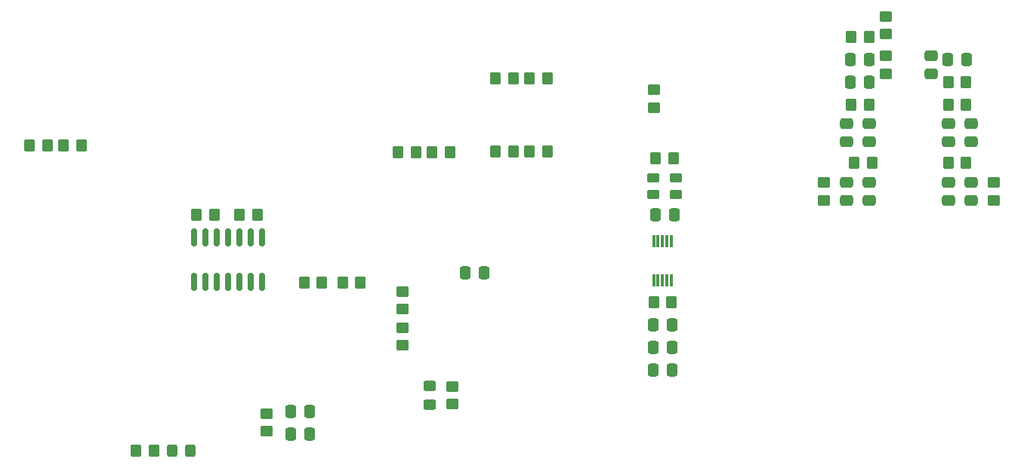
<source format=gbr>
%TF.GenerationSoftware,KiCad,Pcbnew,(6.0.0)*%
%TF.CreationDate,2022-01-12T02:58:20-05:00*%
%TF.ProjectId,klxecu,6b6c7865-6375-42e6-9b69-6361645f7063,rev?*%
%TF.SameCoordinates,Original*%
%TF.FileFunction,Paste,Top*%
%TF.FilePolarity,Positive*%
%FSLAX46Y46*%
G04 Gerber Fmt 4.6, Leading zero omitted, Abs format (unit mm)*
G04 Created by KiCad (PCBNEW (6.0.0)) date 2022-01-12 02:58:20*
%MOMM*%
%LPD*%
G01*
G04 APERTURE LIST*
G04 Aperture macros list*
%AMRoundRect*
0 Rectangle with rounded corners*
0 $1 Rounding radius*
0 $2 $3 $4 $5 $6 $7 $8 $9 X,Y pos of 4 corners*
0 Add a 4 corners polygon primitive as box body*
4,1,4,$2,$3,$4,$5,$6,$7,$8,$9,$2,$3,0*
0 Add four circle primitives for the rounded corners*
1,1,$1+$1,$2,$3*
1,1,$1+$1,$4,$5*
1,1,$1+$1,$6,$7*
1,1,$1+$1,$8,$9*
0 Add four rect primitives between the rounded corners*
20,1,$1+$1,$2,$3,$4,$5,0*
20,1,$1+$1,$4,$5,$6,$7,0*
20,1,$1+$1,$6,$7,$8,$9,0*
20,1,$1+$1,$8,$9,$2,$3,0*%
G04 Aperture macros list end*
%ADD10RoundRect,0.250000X-0.475000X0.337500X-0.475000X-0.337500X0.475000X-0.337500X0.475000X0.337500X0*%
%ADD11RoundRect,0.250000X0.350000X0.450000X-0.350000X0.450000X-0.350000X-0.450000X0.350000X-0.450000X0*%
%ADD12RoundRect,0.250000X0.337500X0.475000X-0.337500X0.475000X-0.337500X-0.475000X0.337500X-0.475000X0*%
%ADD13RoundRect,0.250000X0.325000X0.450000X-0.325000X0.450000X-0.325000X-0.450000X0.325000X-0.450000X0*%
%ADD14RoundRect,0.250000X-0.350000X-0.450000X0.350000X-0.450000X0.350000X0.450000X-0.350000X0.450000X0*%
%ADD15RoundRect,0.250000X-0.450000X0.350000X-0.450000X-0.350000X0.450000X-0.350000X0.450000X0.350000X0*%
%ADD16RoundRect,0.250000X-0.337500X-0.475000X0.337500X-0.475000X0.337500X0.475000X-0.337500X0.475000X0*%
%ADD17RoundRect,0.250000X0.450000X-0.350000X0.450000X0.350000X-0.450000X0.350000X-0.450000X-0.350000X0*%
%ADD18RoundRect,0.250000X0.450000X-0.262500X0.450000X0.262500X-0.450000X0.262500X-0.450000X-0.262500X0*%
%ADD19R,0.300000X1.400000*%
%ADD20RoundRect,0.250000X-0.450000X0.325000X-0.450000X-0.325000X0.450000X-0.325000X0.450000X0.325000X0*%
%ADD21RoundRect,0.250000X0.475000X-0.337500X0.475000X0.337500X-0.475000X0.337500X-0.475000X-0.337500X0*%
%ADD22RoundRect,0.250000X-0.450000X0.262500X-0.450000X-0.262500X0.450000X-0.262500X0.450000X0.262500X0*%
%ADD23RoundRect,0.150000X-0.150000X0.825000X-0.150000X-0.825000X0.150000X-0.825000X0.150000X0.825000X0*%
G04 APERTURE END LIST*
D10*
%TO.C,C5*%
X140589000Y-44276011D03*
X140589000Y-46351011D03*
%TD*%
D11*
%TO.C,R15*%
X151479000Y-39598511D03*
X149479000Y-39598511D03*
%TD*%
D12*
%TO.C,C20*%
X97430500Y-61087000D03*
X95355500Y-61087000D03*
%TD*%
%TO.C,C17*%
X118496500Y-66903511D03*
X116421500Y-66903511D03*
%TD*%
D13*
%TO.C,LED1*%
X64525000Y-81026000D03*
X62475000Y-81026000D03*
%TD*%
D14*
%TO.C,R12*%
X138589000Y-34518511D03*
X140589000Y-34518511D03*
%TD*%
%TO.C,R9*%
X138954000Y-48721011D03*
X140954000Y-48721011D03*
%TD*%
D15*
%TO.C,R32*%
X93853000Y-73803000D03*
X93853000Y-75803000D03*
%TD*%
D11*
%TO.C,R26*%
X72011489Y-54501489D03*
X70011489Y-54501489D03*
%TD*%
D10*
%TO.C,C3*%
X152019000Y-50858511D03*
X152019000Y-52933511D03*
%TD*%
%TO.C,C13*%
X149479000Y-44276011D03*
X149479000Y-46351011D03*
%TD*%
D16*
%TO.C,C8*%
X75815989Y-79139489D03*
X77890989Y-79139489D03*
%TD*%
D12*
%TO.C,C14*%
X140626500Y-39598511D03*
X138551500Y-39598511D03*
%TD*%
D17*
%TO.C,R3*%
X154559000Y-52896011D03*
X154559000Y-50896011D03*
%TD*%
D14*
%TO.C,R21*%
X87818000Y-47498000D03*
X89818000Y-47498000D03*
%TD*%
D17*
%TO.C,R25*%
X88265000Y-65135000D03*
X88265000Y-63135000D03*
%TD*%
D11*
%TO.C,R16*%
X118459000Y-64363511D03*
X116459000Y-64363511D03*
%TD*%
D15*
%TO.C,R14*%
X142494000Y-36693511D03*
X142494000Y-38693511D03*
%TD*%
D14*
%TO.C,R31*%
X98724000Y-47442000D03*
X100724000Y-47442000D03*
%TD*%
D18*
%TO.C,R4*%
X118979000Y-52238511D03*
X118979000Y-50413511D03*
%TD*%
D12*
%TO.C,C12*%
X151516500Y-37058511D03*
X149441500Y-37058511D03*
%TD*%
%TO.C,C2*%
X118746500Y-54501011D03*
X116671500Y-54501011D03*
%TD*%
D19*
%TO.C,U1*%
X118459000Y-57488511D03*
X117959000Y-57488511D03*
X117459000Y-57488511D03*
X116959000Y-57488511D03*
X116459000Y-57488511D03*
X116459000Y-61888511D03*
X116959000Y-61888511D03*
X117459000Y-61888511D03*
X117959000Y-61888511D03*
X118459000Y-61888511D03*
%TD*%
D14*
%TO.C,R27*%
X65185489Y-54501489D03*
X67185489Y-54501489D03*
%TD*%
%TO.C,R7*%
X138589000Y-42138511D03*
X140589000Y-42138511D03*
%TD*%
D12*
%TO.C,C16*%
X118496500Y-69443511D03*
X116421500Y-69443511D03*
%TD*%
D11*
%TO.C,R18*%
X48514000Y-46736000D03*
X46514000Y-46736000D03*
%TD*%
D14*
%TO.C,R19*%
X91628000Y-47498000D03*
X93628000Y-47498000D03*
%TD*%
%TO.C,R17*%
X58436000Y-81026000D03*
X60436000Y-81026000D03*
%TD*%
D11*
%TO.C,R13*%
X151479000Y-42138511D03*
X149479000Y-42138511D03*
%TD*%
D15*
%TO.C,R1*%
X116459000Y-40503511D03*
X116459000Y-42503511D03*
%TD*%
D14*
%TO.C,R22*%
X81597489Y-62121489D03*
X83597489Y-62121489D03*
%TD*%
D16*
%TO.C,C11*%
X75815989Y-76599489D03*
X77890989Y-76599489D03*
%TD*%
D20*
%TO.C,LED2*%
X91313000Y-73778000D03*
X91313000Y-75828000D03*
%TD*%
D14*
%TO.C,R29*%
X102534000Y-47442000D03*
X104534000Y-47442000D03*
%TD*%
D21*
%TO.C,C15*%
X147574000Y-38731011D03*
X147574000Y-36656011D03*
%TD*%
D10*
%TO.C,C7*%
X140589000Y-50858511D03*
X140589000Y-52933511D03*
%TD*%
D12*
%TO.C,C18*%
X118496500Y-71983511D03*
X116421500Y-71983511D03*
%TD*%
D11*
%TO.C,R2*%
X118709000Y-48151011D03*
X116709000Y-48151011D03*
%TD*%
%TO.C,R8*%
X151479000Y-48721011D03*
X149479000Y-48721011D03*
%TD*%
D10*
%TO.C,C1*%
X138049000Y-44276011D03*
X138049000Y-46351011D03*
%TD*%
D22*
%TO.C,R5*%
X116439000Y-50413511D03*
X116439000Y-52238511D03*
%TD*%
D17*
%TO.C,R6*%
X135509000Y-52896011D03*
X135509000Y-50896011D03*
%TD*%
D11*
%TO.C,R20*%
X52324000Y-46736000D03*
X50324000Y-46736000D03*
%TD*%
D23*
%TO.C,U3*%
X72535489Y-57096489D03*
X71265489Y-57096489D03*
X69995489Y-57096489D03*
X68725489Y-57096489D03*
X67455489Y-57096489D03*
X66185489Y-57096489D03*
X64915489Y-57096489D03*
X64915489Y-62046489D03*
X66185489Y-62046489D03*
X67455489Y-62046489D03*
X68725489Y-62046489D03*
X69995489Y-62046489D03*
X71265489Y-62046489D03*
X72535489Y-62046489D03*
%TD*%
D10*
%TO.C,C4*%
X138049000Y-50858511D03*
X138049000Y-52933511D03*
%TD*%
D14*
%TO.C,R28*%
X102534000Y-39187000D03*
X104534000Y-39187000D03*
%TD*%
D17*
%TO.C,R10*%
X73043489Y-78869489D03*
X73043489Y-76869489D03*
%TD*%
D10*
%TO.C,C6*%
X149479000Y-50858511D03*
X149479000Y-52933511D03*
%TD*%
D12*
%TO.C,C10*%
X140626500Y-37058511D03*
X138551500Y-37058511D03*
%TD*%
D14*
%TO.C,R23*%
X77279489Y-62121489D03*
X79279489Y-62121489D03*
%TD*%
%TO.C,R30*%
X98724000Y-39187000D03*
X100724000Y-39187000D03*
%TD*%
D10*
%TO.C,C9*%
X152019000Y-44276011D03*
X152019000Y-46351011D03*
%TD*%
D17*
%TO.C,R24*%
X88265000Y-69215000D03*
X88265000Y-67215000D03*
%TD*%
%TO.C,R11*%
X142494000Y-34248511D03*
X142494000Y-32248511D03*
%TD*%
M02*

</source>
